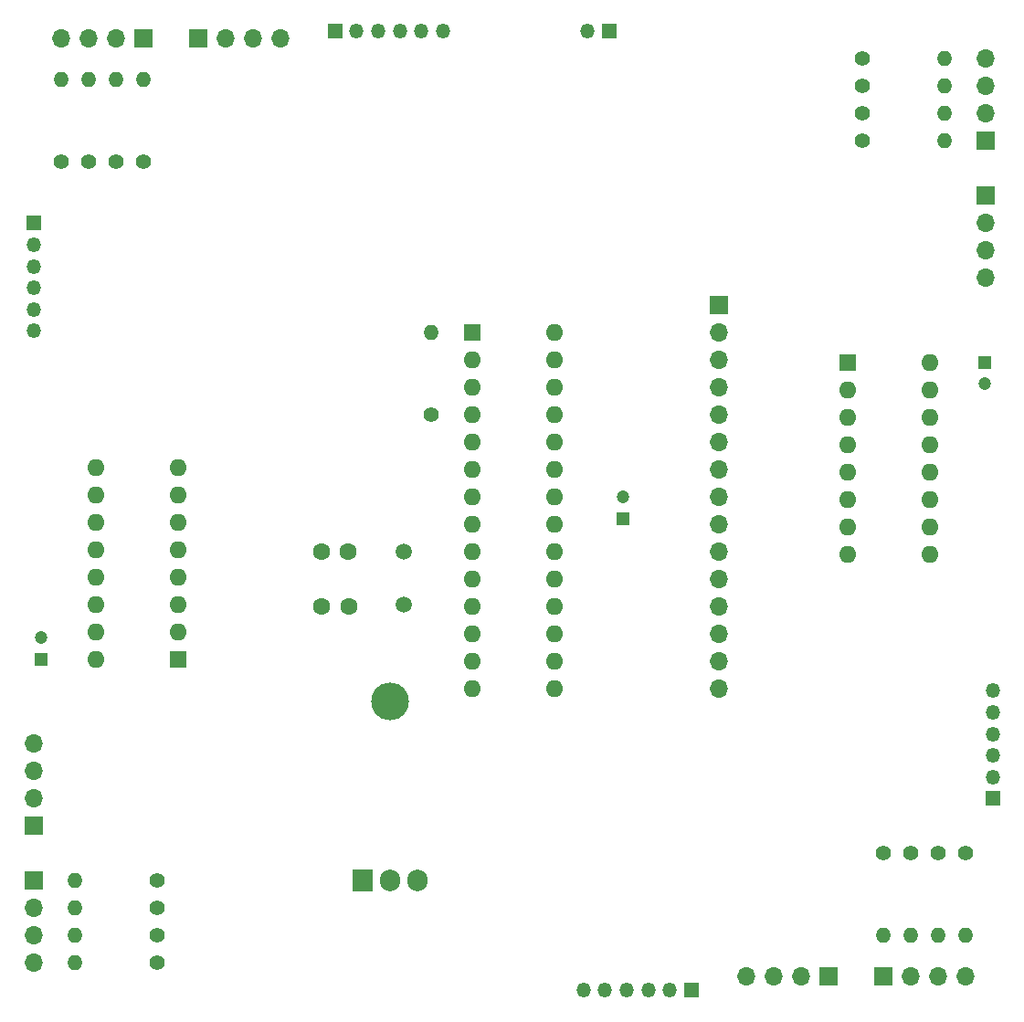
<source format=gts>
%TF.GenerationSoftware,KiCad,Pcbnew,7.0.7*%
%TF.CreationDate,2023-09-23T02:03:23-07:00*%
%TF.ProjectId,htpm_modcore,6874706d-5f6d-46f6-9463-6f72652e6b69,01*%
%TF.SameCoordinates,Original*%
%TF.FileFunction,Soldermask,Top*%
%TF.FilePolarity,Negative*%
%FSLAX46Y46*%
G04 Gerber Fmt 4.6, Leading zero omitted, Abs format (unit mm)*
G04 Created by KiCad (PCBNEW 7.0.7) date 2023-09-23 02:03:23*
%MOMM*%
%LPD*%
G01*
G04 APERTURE LIST*
%ADD10R,1.350000X1.350000*%
%ADD11O,1.350000X1.350000*%
%ADD12C,1.400000*%
%ADD13O,1.400000X1.400000*%
%ADD14R,1.700000X1.700000*%
%ADD15O,1.700000X1.700000*%
%ADD16O,3.500000X3.500000*%
%ADD17R,1.905000X2.000000*%
%ADD18O,1.905000X2.000000*%
%ADD19C,1.600000*%
%ADD20R,1.200000X1.200000*%
%ADD21C,1.200000*%
%ADD22R,1.600000X1.600000*%
%ADD23O,1.600000X1.600000*%
%ADD24C,1.500000*%
G04 APERTURE END LIST*
D10*
%TO.C,J4*%
X172720000Y-114300000D03*
D11*
X170720000Y-114300000D03*
X168720000Y-114300000D03*
X166720000Y-114300000D03*
X164720000Y-114300000D03*
X162720000Y-114300000D03*
%TD*%
D10*
%TO.C,J3*%
X200660000Y-96520000D03*
D11*
X200660000Y-94520000D03*
X200660000Y-92520000D03*
X200660000Y-90520000D03*
X200660000Y-88520000D03*
X200660000Y-86520000D03*
%TD*%
D10*
%TO.C,J2*%
X139700000Y-25400000D03*
D11*
X141700000Y-25400000D03*
X143700000Y-25400000D03*
X145700000Y-25400000D03*
X147700000Y-25400000D03*
X149700000Y-25400000D03*
%TD*%
D10*
%TO.C,J1*%
X111760000Y-43180000D03*
D11*
X111760000Y-45180000D03*
X111760000Y-47180000D03*
X111760000Y-49180000D03*
X111760000Y-51180000D03*
X111760000Y-53180000D03*
%TD*%
D12*
%TO.C,R15*%
X116840000Y-37465000D03*
D13*
X116840000Y-29845000D03*
%TD*%
D12*
%TO.C,R2*%
X188595000Y-27940000D03*
D13*
X196215000Y-27940000D03*
%TD*%
D14*
%TO.C,J9*%
X111760000Y-104140000D03*
D15*
X111760000Y-106680000D03*
X111760000Y-109220000D03*
X111760000Y-111760000D03*
%TD*%
D12*
%TO.C,R8*%
X193040000Y-101600000D03*
D13*
X193040000Y-109220000D03*
%TD*%
D12*
%TO.C,R12*%
X123190000Y-106680000D03*
D13*
X115570000Y-106680000D03*
%TD*%
D16*
%TO.C,U1*%
X144780000Y-87480000D03*
D17*
X142240000Y-104140000D03*
D18*
X144780000Y-104140000D03*
X147320000Y-104140000D03*
%TD*%
D14*
%TO.C,J8*%
X190500000Y-113030000D03*
D15*
X193040000Y-113030000D03*
X195580000Y-113030000D03*
X198120000Y-113030000D03*
%TD*%
D12*
%TO.C,R7*%
X195580000Y-101600000D03*
D13*
X195580000Y-109220000D03*
%TD*%
D12*
%TO.C,R6*%
X198120000Y-101600000D03*
D13*
X198120000Y-109220000D03*
%TD*%
D12*
%TO.C,R16*%
X119380000Y-37465000D03*
D13*
X119380000Y-29845000D03*
%TD*%
D14*
%TO.C,J13*%
X111760000Y-99060000D03*
D15*
X111760000Y-96520000D03*
X111760000Y-93980000D03*
X111760000Y-91440000D03*
%TD*%
D19*
%TO.C,C2*%
X140960000Y-78740000D03*
X138460000Y-78740000D03*
%TD*%
D12*
%TO.C,R1*%
X148580000Y-60960000D03*
D13*
X148580000Y-53340000D03*
%TD*%
D20*
%TO.C,C5*%
X112460000Y-83610000D03*
D21*
X112460000Y-81610000D03*
%TD*%
D20*
%TO.C,C4*%
X199960000Y-56090000D03*
D21*
X199960000Y-58090000D03*
%TD*%
D22*
%TO.C,U2*%
X152400000Y-53340000D03*
D23*
X152400000Y-55880000D03*
X152400000Y-58420000D03*
X152400000Y-60960000D03*
X152400000Y-63500000D03*
X152400000Y-66040000D03*
X152400000Y-68580000D03*
X152400000Y-71120000D03*
X152400000Y-73660000D03*
X152400000Y-76200000D03*
X152400000Y-78740000D03*
X152400000Y-81280000D03*
X152400000Y-83820000D03*
X152400000Y-86360000D03*
X160020000Y-86360000D03*
X160020000Y-83820000D03*
X160020000Y-81280000D03*
X160020000Y-78740000D03*
X160020000Y-76200000D03*
X160020000Y-73660000D03*
X160020000Y-71120000D03*
X160020000Y-68580000D03*
X160020000Y-66040000D03*
X160020000Y-63500000D03*
X160020000Y-60960000D03*
X160020000Y-58420000D03*
X160020000Y-55880000D03*
X160020000Y-53340000D03*
%TD*%
D12*
%TO.C,R11*%
X123190000Y-109220000D03*
D13*
X115570000Y-109220000D03*
%TD*%
D14*
%TO.C,J6*%
X175260000Y-50800000D03*
D15*
X175260000Y-53340000D03*
X175260000Y-55880000D03*
X175260000Y-58420000D03*
X175260000Y-60960000D03*
X175260000Y-63500000D03*
X175260000Y-66040000D03*
X175260000Y-68580000D03*
X175260000Y-71120000D03*
X175260000Y-73660000D03*
X175260000Y-76200000D03*
X175260000Y-78740000D03*
X175260000Y-81280000D03*
X175260000Y-83820000D03*
X175260000Y-86360000D03*
%TD*%
D12*
%TO.C,R5*%
X188595000Y-35560000D03*
D13*
X196215000Y-35560000D03*
%TD*%
D14*
%TO.C,J7*%
X200025000Y-35560000D03*
D15*
X200025000Y-33020000D03*
X200025000Y-30480000D03*
X200025000Y-27940000D03*
%TD*%
D14*
%TO.C,J12*%
X185420000Y-113030000D03*
D15*
X182880000Y-113030000D03*
X180340000Y-113030000D03*
X177800000Y-113030000D03*
%TD*%
D22*
%TO.C,U4*%
X125160000Y-83610000D03*
D23*
X125160000Y-81070000D03*
X125160000Y-78530000D03*
X125160000Y-75990000D03*
X125160000Y-73450000D03*
X125160000Y-70910000D03*
X125160000Y-68370000D03*
X125160000Y-65830000D03*
X117540000Y-65830000D03*
X117540000Y-68370000D03*
X117540000Y-70910000D03*
X117540000Y-73450000D03*
X117540000Y-75990000D03*
X117540000Y-78530000D03*
X117540000Y-81070000D03*
X117540000Y-83610000D03*
%TD*%
D12*
%TO.C,R14*%
X114300000Y-37465000D03*
D13*
X114300000Y-29845000D03*
%TD*%
D12*
%TO.C,R3*%
X188595000Y-30480000D03*
D13*
X196215000Y-30480000D03*
%TD*%
D19*
%TO.C,C1*%
X138420000Y-73660000D03*
X140920000Y-73660000D03*
%TD*%
D12*
%TO.C,R10*%
X123190000Y-111760000D03*
D13*
X115570000Y-111760000D03*
%TD*%
D14*
%TO.C,J14*%
X127000000Y-26035000D03*
D15*
X129540000Y-26035000D03*
X132080000Y-26035000D03*
X134620000Y-26035000D03*
%TD*%
D12*
%TO.C,R17*%
X121920000Y-37465000D03*
D13*
X121920000Y-29845000D03*
%TD*%
D12*
%TO.C,R9*%
X190500000Y-101600000D03*
D13*
X190500000Y-109220000D03*
%TD*%
D12*
%TO.C,R4*%
X188595000Y-33020000D03*
D13*
X196215000Y-33020000D03*
%TD*%
D10*
%TO.C,J5*%
X165100000Y-25400000D03*
D11*
X163100000Y-25400000D03*
%TD*%
D14*
%TO.C,J10*%
X121920000Y-26035000D03*
D15*
X119380000Y-26035000D03*
X116840000Y-26035000D03*
X114300000Y-26035000D03*
%TD*%
D20*
%TO.C,C3*%
X166360000Y-70580000D03*
D21*
X166360000Y-68580000D03*
%TD*%
D12*
%TO.C,R13*%
X123190000Y-104140000D03*
D13*
X115570000Y-104140000D03*
%TD*%
D24*
%TO.C,Y1*%
X146040000Y-78540000D03*
X146040000Y-73660000D03*
%TD*%
D22*
%TO.C,U3*%
X187260000Y-56090000D03*
D23*
X187260000Y-58630000D03*
X187260000Y-61170000D03*
X187260000Y-63710000D03*
X187260000Y-66250000D03*
X187260000Y-68790000D03*
X187260000Y-71330000D03*
X187260000Y-73870000D03*
X194880000Y-73870000D03*
X194880000Y-71330000D03*
X194880000Y-68790000D03*
X194880000Y-66250000D03*
X194880000Y-63710000D03*
X194880000Y-61170000D03*
X194880000Y-58630000D03*
X194880000Y-56090000D03*
%TD*%
D14*
%TO.C,J11*%
X200025000Y-40640000D03*
D15*
X200025000Y-43180000D03*
X200025000Y-45720000D03*
X200025000Y-48260000D03*
%TD*%
M02*

</source>
